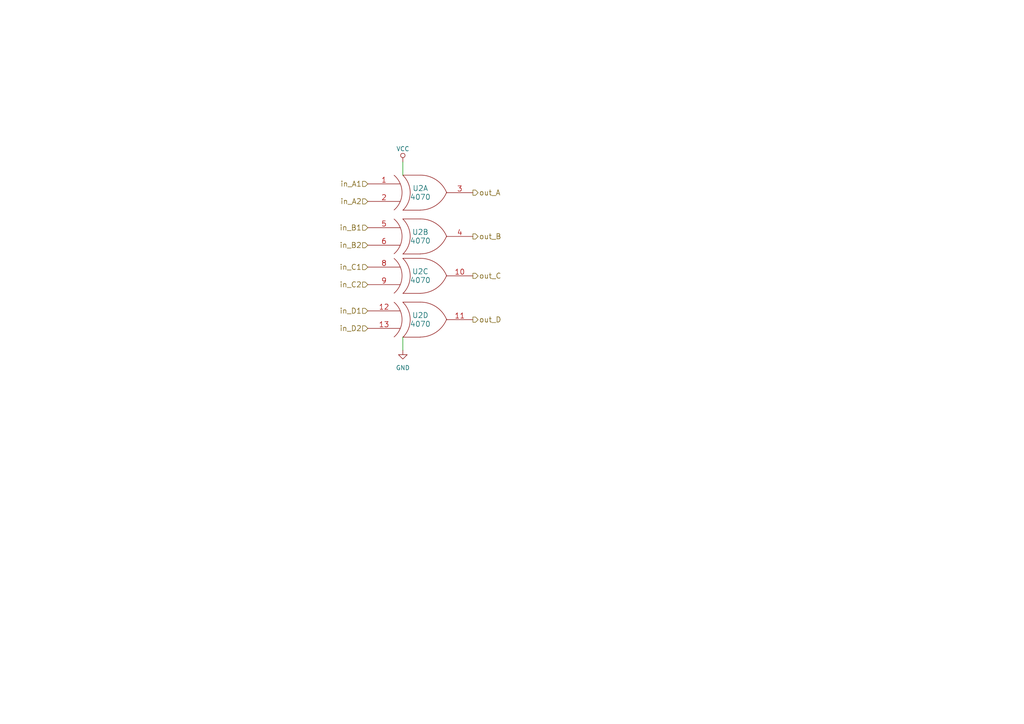
<source format=kicad_sch>
(kicad_sch (version 20231120) (generator "eeschema") (generator_version "8.0")
  (paper "A4")
  (lib_symbols
    (symbol "logic_noise_playground-rescue:4070" (pin_names (offset 0.762))
      (property "Reference" "U" (at 0 1.27 0))
      (property "Value" "4070" (at 0 -1.27 0))
      (symbol "4070_0_0"
        (pin power_in line (at -5.08 5.08 90) (length 0) hide (name "VDD") (number "14"))
        (pin power_in line (at -5.08 -5.08 90) (length 0) hide (name "VSS") (number "7"))
      )
      (symbol "4070_0_1"
        (arc (start -7.62 -5.0292) (mid -5.3094 0.0082) (end -7.62 5.0546))
        (arc (start -5.0292 -5.08) (mid -2.9462 -0.006) (end -5.08 5.0546))
        (arc (start 0 -5.0546) (mid 4.5632 -3.6449) (end 7.5946 0.0508))
        (polyline (pts (xy -5.08 -5.08) (xy 0 -5.08)))
        (polyline (pts (xy -5.08 5.08) (xy 0 5.08)))
        (arc (start 7.62 0) (mid 4.6132 3.6946) (end 0.0508 5.08))
      )
      (symbol "4070_1_1"
        (pin input line (at -15.24 2.54 0) (length 9.398) (name "~") (number "1"))
        (pin input line (at -15.24 -2.54 0) (length 9.398) (name "~") (number "2"))
        (pin output line (at 15.24 0 180) (length 7.62) (name "~") (number "3"))
      )
      (symbol "4070_2_1"
        (pin output line (at 15.24 0 180) (length 7.62) (name "~") (number "4"))
        (pin input line (at -15.24 2.54 0) (length 9.398) (name "~") (number "5"))
        (pin input line (at -15.24 -2.54 0) (length 9.398) (name "~") (number "6"))
      )
      (symbol "4070_3_1"
        (pin output line (at 15.24 0 180) (length 7.62) (name "~") (number "10"))
        (pin input line (at -15.24 2.54 0) (length 9.398) (name "~") (number "8"))
        (pin input line (at -15.24 -2.54 0) (length 9.398) (name "~") (number "9"))
      )
      (symbol "4070_4_1"
        (pin output line (at 15.24 0 180) (length 7.62) (name "~") (number "11"))
        (pin input line (at -15.24 2.54 0) (length 9.398) (name "~") (number "12"))
        (pin input line (at -15.24 -2.54 0) (length 9.398) (name "~") (number "13"))
      )
    )
    (symbol "logic_noise_playground-rescue:VCC" (power) (pin_names (offset 0))
      (property "Value" "VCC" (at 0 3.81 0))
      (symbol "VCC_0_1"
        (polyline (pts (xy 0 0) (xy 0 1.27)))
        (circle (center 0 1.905) (radius 0.635))
      )
      (symbol "VCC_1_1"
        (pin power_in line (at 0 0 90) (length 0) hide (name "VCC") (number "1"))
      )
    )
    (symbol "power:GND" (power) (pin_numbers hide) (pin_names (offset 0) hide)
      (property "Value" "GND" (at 0 -3.81 0))
      (symbol "GND_0_1"
        (polyline (pts (xy 0 0) (xy 0 -1.27) (xy 1.27 -1.27) (xy 0 -2.54) (xy -1.27 -1.27) (xy 0 -1.27)))
      )
      (symbol "GND_1_1"
        (pin power_in line (at 0 0 270) (length 0) (name "~") (number "1"))
      )
    )
  )
  (wire (pts (xy 116.84 46.99) (xy 116.84 50.8)))
  (wire (pts (xy 116.84 101.6) (xy 116.84 97.79)))
  (hierarchical_label "in_D1" (shape input) (at 106.68 90.17 180) (effects (font (size 1.524 1.524))))
  (hierarchical_label "out_D" (shape output) (at 137.16 92.71 0) (effects (font (size 1.524 1.524))))
  (hierarchical_label "in_D2" (shape input) (at 106.68 95.25 180) (effects (font (size 1.524 1.524))))
  (hierarchical_label "in_B2" (shape input) (at 106.68 71.12 180) (effects (font (size 1.524 1.524))))
  (hierarchical_label "in_A1" (shape input) (at 106.68 53.34 180) (effects (font (size 1.524 1.524))))
  (hierarchical_label "out_B" (shape output) (at 137.16 68.58 0) (effects (font (size 1.524 1.524))))
  (hierarchical_label "in_C2" (shape input) (at 106.68 82.55 180) (effects (font (size 1.524 1.524))))
  (hierarchical_label "out_C" (shape output) (at 137.16 80.01 0) (effects (font (size 1.524 1.524))))
  (hierarchical_label "in_B1" (shape input) (at 106.68 66.04 180) (effects (font (size 1.524 1.524))))
  (hierarchical_label "in_C1" (shape input) (at 106.68 77.47 180) (effects (font (size 1.524 1.524))))
  (hierarchical_label "in_A2" (shape input) (at 106.68 58.42 180) (effects (font (size 1.524 1.524))))
  (hierarchical_label "out_A" (shape output) (at 137.16 55.88 0) (effects (font (size 1.524 1.524))))
  (symbol (lib_id "logic_noise_playground-rescue:4070") (at 121.92 55.88 0) (unit 1)
    (property "Reference" "U2" (at 121.92 54.61 0) (effects (font (size 1.524 1.524))))
    (property "Value" "4070" (at 121.92 57.15 0) (effects (font (size 1.524 1.524))))
    (property "Footprint" "Housings_DIP:DIP-14__300_ELL" (effects (hide yes)))
    (property "manf#" "CD4070BE" (effects (hide yes)))
    (property "Orden" "99" (effects (hide yes)))
  )
  (symbol (lib_id "logic_noise_playground-rescue:4070") (at 121.92 68.58 0) (unit 2)
    (property "Reference" "U2" (at 121.92 67.31 0) (effects (font (size 1.524 1.524))))
    (property "Value" "4070" (at 121.92 69.85 0) (effects (font (size 1.524 1.524))))
    (property "Footprint" "Housings_DIP:DIP-14__300_ELL" (effects (hide yes)))
    (property "manf#" "CD4070BE" (effects (hide yes)))
    (property "Orden" "99" (effects (hide yes)))
  )
  (symbol (lib_id "logic_noise_playground-rescue:4070") (at 121.92 80.01 0) (unit 3)
    (property "Reference" "U2" (at 121.92 78.74 0) (effects (font (size 1.524 1.524))))
    (property "Value" "4070" (at 121.92 81.28 0) (effects (font (size 1.524 1.524))))
    (property "Footprint" "Housings_DIP:DIP-14__300_ELL" (effects (hide yes)))
    (property "manf#" "CD4070BE" (effects (hide yes)))
    (property "Orden" "99" (effects (hide yes)))
  )
  (symbol (lib_id "logic_noise_playground-rescue:4070") (at 121.92 92.71 0) (unit 4)
    (property "Reference" "U2" (at 121.92 91.44 0) (effects (font (size 1.524 1.524))))
    (property "Value" "4070" (at 121.92 93.98 0) (effects (font (size 1.524 1.524))))
    (property "Footprint" "Housings_DIP:DIP-14__300_ELL" (effects (hide yes)))
    (property "manf#" "CD4070BE" (effects (hide yes)))
    (property "Orden" "99" (effects (hide yes)))
  )
  (symbol (lib_id "power:GND") (at 116.84 101.6 0) (unit 1)
    (property "Reference" "#PWR049" (effects (hide yes)))
    (property "Value" "GND" (at 116.84 106.68 0))
    (property "Description" "Power symbol creates a global label with name \"GND\" , ground" (effects (hide yes)))
  )
  (symbol (lib_id "logic_noise_playground-rescue:VCC") (at 116.84 46.99 0) (unit 1)
    (property "Reference" "#PWR048" (effects (hide yes)))
    (property "Value" "VCC" (at 116.84 43.18 0))
  )
)
</source>
